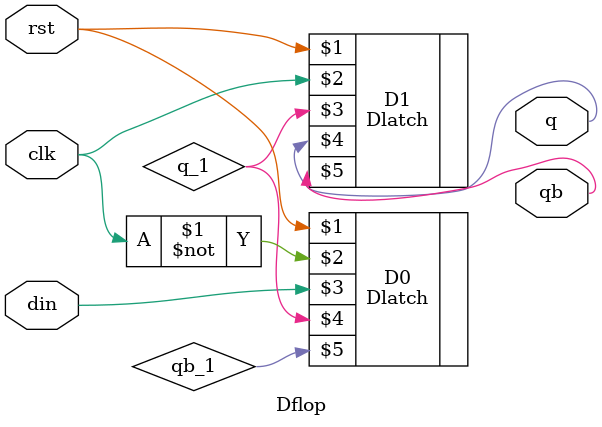
<source format=v>
`timescale 1ns / 1ps
module Dflop(
		input   rst ,
		input   clk ,
		input   din ,
		output  q,
		output  qb
    );
	 
	 wire q_1, qb_1;
	 
	 Dlatch	D0(rst, ~clk, din, q_1, qb_1),
				D1(rst, clk, q_1, q, qb);
	 


endmodule

</source>
